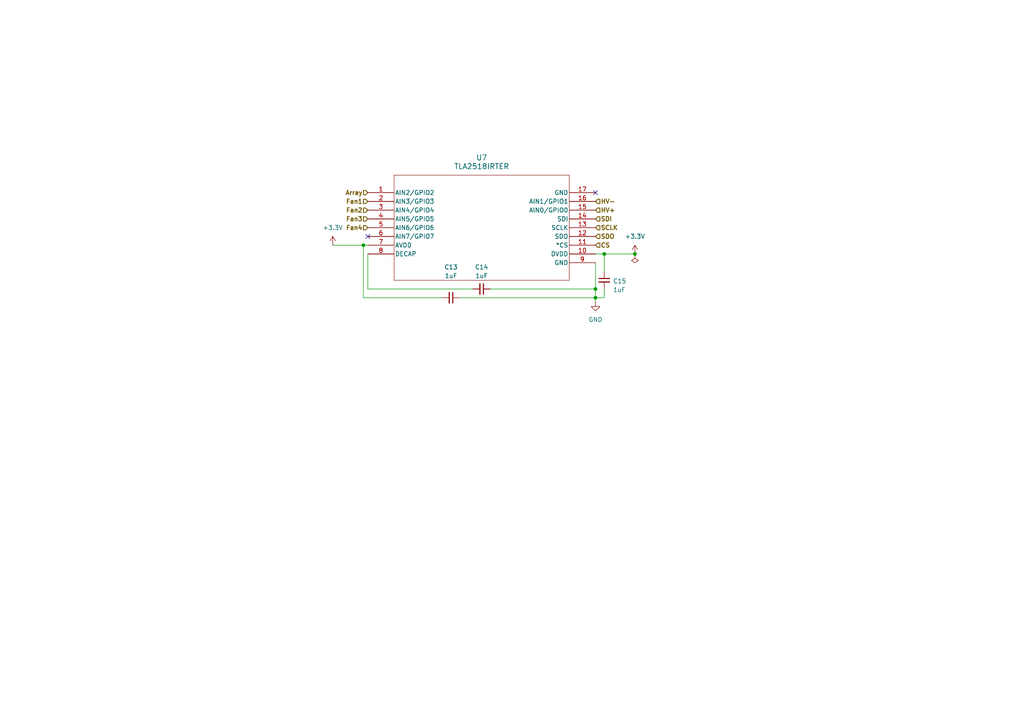
<source format=kicad_sch>
(kicad_sch (version 20231120) (generator "eeschema") (generator_version "8.0")
  (paper "A4")
  (lib_symbols
    (symbol "2024-10-26_20-27-39:TLA2518IRTER" (pin_names (offset 0.254))
      (property "Reference" "U" (at 33.02 10.16 0))
      (property "Value" "TLA2518IRTER" (at 33.02 7.62 0))
      (symbol "TLA2518IRTER_0_1"
        (polyline (pts (xy 7.62 -25.4) (xy 58.42 -25.4)) (stroke (width 0.127)))
        (polyline (pts (xy 7.62 5.08) (xy 7.62 -25.4)) (stroke (width 0.127)))
        (polyline (pts (xy 58.42 -25.4) (xy 58.42 5.08)) (stroke (width 0.127)))
        (polyline (pts (xy 58.42 5.08) (xy 7.62 5.08)) (stroke (width 0.127)))
        (pin bidirectional line (at 0 0 0) (length 7.62) (name "AIN2/GPIO2") (number "1"))
        (pin power_in line (at 66.04 -17.78 180) (length 7.62) (name "DVDD") (number "10"))
        (pin input line (at 66.04 -15.24 180) (length 7.62) (name "*CS") (number "11"))
        (pin output line (at 66.04 -12.7 180) (length 7.62) (name "SDO") (number "12"))
        (pin input line (at 66.04 -10.16 180) (length 7.62) (name "SCLK") (number "13"))
        (pin input line (at 66.04 -7.62 180) (length 7.62) (name "SDI") (number "14"))
        (pin bidirectional line (at 66.04 -5.08 180) (length 7.62) (name "AIN0/GPIO0") (number "15"))
        (pin bidirectional line (at 66.04 -2.54 180) (length 7.62) (name "AIN1/GPIO1") (number "16"))
        (pin power_out line (at 66.04 0 180) (length 7.62) (name "GND") (number "17"))
        (pin bidirectional line (at 0 -2.54 0) (length 7.62) (name "AIN3/GPIO3") (number "2"))
        (pin bidirectional line (at 0 -5.08 0) (length 7.62) (name "AIN4/GPIO4") (number "3"))
        (pin bidirectional line (at 0 -7.62 0) (length 7.62) (name "AIN5/GPIO5") (number "4"))
        (pin bidirectional line (at 0 -10.16 0) (length 7.62) (name "AIN6/GPIO6") (number "5"))
        (pin bidirectional line (at 0 -12.7 0) (length 7.62) (name "AIN7/GPIO7") (number "6"))
        (pin power_in line (at 0 -15.24 0) (length 7.62) (name "AVDD") (number "7"))
        (pin unspecified line (at 0 -17.78 0) (length 7.62) (name "DECAP") (number "8"))
        (pin power_out line (at 66.04 -20.32 180) (length 7.62) (name "GND") (number "9"))
      )
    )
    (symbol "Device:C_Small" (pin_numbers hide) (pin_names (offset 0.254) hide)
      (property "Reference" "C" (at 0.254 1.778 0))
      (property "Value" "C_Small" (at 0.254 -2.032 0))
      (symbol "C_Small_0_1"
        (polyline (pts (xy -1.524 -0.508) (xy 1.524 -0.508)) (stroke (width 0.3302)))
        (polyline (pts (xy -1.524 0.508) (xy 1.524 0.508)) (stroke (width 0.3048)))
      )
      (symbol "C_Small_1_1"
        (pin passive line (at 0 2.54 270) (length 2.032) (name "~") (number "1"))
        (pin passive line (at 0 -2.54 90) (length 2.032) (name "~") (number "2"))
      )
    )
    (symbol "power:+3.3V" (power) (pin_numbers hide) (pin_names (offset 0) hide)
      (property "Value" "+3.3V" (at 0 3.556 0))
      (symbol "+3.3V_0_1"
        (polyline (pts (xy -0.762 1.27) (xy 0 2.54)))
        (polyline (pts (xy 0 0) (xy 0 2.54)))
        (polyline (pts (xy 0 2.54) (xy 0.762 1.27)))
      )
      (symbol "+3.3V_1_1"
        (pin power_in line (at 0 0 90) (length 0) (name "~") (number "1"))
      )
    )
    (symbol "power:GND" (power) (pin_numbers hide) (pin_names (offset 0) hide)
      (property "Value" "GND" (at 0 -3.81 0))
      (symbol "GND_0_1"
        (polyline (pts (xy 0 0) (xy 0 -1.27) (xy 1.27 -1.27) (xy 0 -2.54) (xy -1.27 -1.27) (xy 0 -1.27)))
      )
      (symbol "GND_1_1"
        (pin power_in line (at 0 0 270) (length 0) (name "~") (number "1"))
      )
    )
    (symbol "power:PWR_FLAG" (power) (pin_numbers hide) (pin_names (offset 0) hide)
      (property "Value" "PWR_FLAG" (at 0 3.81 0))
      (symbol "PWR_FLAG_0_0"
        (pin power_out line (at 0 0 90) (length 0) (name "~") (number "1"))
      )
      (symbol "PWR_FLAG_0_1"
        (polyline (pts (xy 0 0) (xy 0 1.27) (xy -1.016 1.905) (xy 0 2.54) (xy 1.016 1.905) (xy 0 1.27)))
      )
    )
  )
  (junction (at 172.72 86.36))
  (junction (at 184.15 73.66))
  (junction (at 172.72 83.82))
  (junction (at 175.26 73.66))
  (junction (at 105.41 71.12))
  (no_connect (at 106.68 68.58))
  (no_connect (at 172.72 55.88))
  (wire (pts (xy 172.72 87.63) (xy 172.72 86.36)))
  (wire (pts (xy 96.52 71.12) (xy 105.41 71.12)))
  (wire (pts (xy 175.26 78.74) (xy 175.26 73.66)))
  (wire (pts (xy 105.41 71.12) (xy 105.41 86.36)))
  (wire (pts (xy 133.35 86.36) (xy 172.72 86.36)))
  (wire (pts (xy 172.72 83.82) (xy 172.72 76.2)))
  (wire (pts (xy 175.26 73.66) (xy 172.72 73.66)))
  (wire (pts (xy 142.24 83.82) (xy 172.72 83.82)))
  (wire (pts (xy 106.68 83.82) (xy 137.16 83.82)))
  (wire (pts (xy 172.72 83.82) (xy 172.72 86.36)))
  (wire (pts (xy 105.41 86.36) (xy 128.27 86.36)))
  (wire (pts (xy 184.15 73.66) (xy 175.26 73.66)))
  (wire (pts (xy 106.68 73.66) (xy 106.68 83.82)))
  (wire (pts (xy 175.26 86.36) (xy 172.72 86.36)))
  (wire (pts (xy 175.26 83.82) (xy 175.26 86.36)))
  (wire (pts (xy 106.68 71.12) (xy 105.41 71.12)))
  (hierarchical_label "CS" (shape input) (at 172.72 71.12 0) (effects (font (thickness 0.254) (bold yes))))
  (hierarchical_label "HV+" (shape input) (at 172.72 60.96 0) (effects (font (thickness 0.254) (bold yes))))
  (hierarchical_label "Fan4" (shape input) (at 106.68 66.04 180) (effects (font (thickness 0.254) (bold yes))))
  (hierarchical_label "Fan1" (shape input) (at 106.68 58.42 180) (effects (font (thickness 0.254) (bold yes))))
  (hierarchical_label "Fan2" (shape input) (at 106.68 60.96 180) (effects (font (thickness 0.254) (bold yes))))
  (hierarchical_label "HV-" (shape input) (at 172.72 58.42 0) (effects (font (thickness 0.254) (bold yes))))
  (hierarchical_label "SDO" (shape input) (at 172.72 68.58 0) (effects (font (thickness 0.254) (bold yes))))
  (hierarchical_label "SDI" (shape input) (at 172.72 63.5 0) (effects (font (thickness 0.254) (bold yes))))
  (hierarchical_label "SCLK" (shape input) (at 172.72 66.04 0) (effects (font (thickness 0.254) (bold yes))))
  (hierarchical_label "Fan3" (shape input) (at 106.68 63.5 180) (effects (font (thickness 0.254) (bold yes))))
  (hierarchical_label "Array" (shape input) (at 106.68 55.88 180) (effects (font (thickness 0.254) (bold yes))))
  (symbol (lib_id "Device:C_Small") (at 130.81 86.36 270) (unit 1)
    (property "Reference" "C13" (at 130.81 77.47 90))
    (property "Value" "1uF" (at 130.81 80.01 90))
    (property "Footprint" "Capacitor_SMD:C_0805_2012Metric" (effects (hide yes)))
    (property "Description" "Unpolarized capacitor, small symbol" (effects (hide yes)))
  )
  (symbol (lib_id "Device:C_Small") (at 175.26 81.28 0) (unit 1)
    (property "Reference" "C15" (at 177.8 81.534 0) (effects (justify left)))
    (property "Value" "1uF" (at 177.8 84.074 0) (effects (justify left)))
    (property "Footprint" "Capacitor_SMD:C_0805_2012Metric" (effects (hide yes)))
    (property "Description" "Unpolarized capacitor, small symbol" (effects (hide yes)))
  )
  (symbol (lib_id "power:GND") (at 172.72 87.63 0) (unit 1)
    (property "Reference" "#PWR051" (effects (hide yes)))
    (property "Value" "GND" (at 172.72 92.71 0))
    (property "Description" "Power symbol creates a global label with name \"GND\" , ground" (effects (hide yes)))
  )
  (symbol (lib_id "2024-10-26_20-27-39:TLA2518IRTER") (at 106.68 55.88 0) (unit 1)
    (property "Reference" "U7" (at 139.7 45.72 0) (effects (font (size 1.524 1.524))))
    (property "Value" "TLA2518IRTER" (at 139.7 48.26 0) (effects (font (size 1.524 1.524))))
    (property "Footprint" "WQFN16_RTE_TEX" (effects (hide yes)))
    (property "Datasheet" "TLA2518IRTER" (effects (hide yes)))
  )
  (symbol (lib_id "power:+3.3V") (at 96.52 71.12 0) (unit 1)
    (property "Reference" "#PWR050" (effects (hide yes)))
    (property "Value" "+3.3V" (at 96.52 66.04 0))
    (property "Description" "Power symbol creates a global label with name \"+3.3V\"" (effects (hide yes)))
  )
  (symbol (lib_id "Device:C_Small") (at 139.7 83.82 270) (unit 1)
    (property "Reference" "C14" (at 139.6936 77.47 90))
    (property "Value" "1uF" (at 139.6936 80.01 90))
    (property "Footprint" "Capacitor_SMD:C_0805_2012Metric" (effects (hide yes)))
    (property "Description" "Unpolarized capacitor, small symbol" (effects (hide yes)))
  )
  (symbol (lib_id "power:+3.3V") (at 184.15 73.66 0) (unit 1)
    (property "Reference" "#PWR049" (effects (hide yes)))
    (property "Value" "+3.3V" (at 184.15 68.58 0))
    (property "Description" "Power symbol creates a global label with name \"+3.3V\"" (effects (hide yes)))
  )
  (symbol (lib_id "power:PWR_FLAG") (at 184.15 73.66 180) (unit 1)
    (property "Reference" "#FLG04" (effects (hide yes)))
    (property "Value" "PWR_FLAG" (effects (hide yes)))
    (property "Description" "Special symbol for telling ERC where power comes from" (effects (hide yes)))
  )
)
</source>
